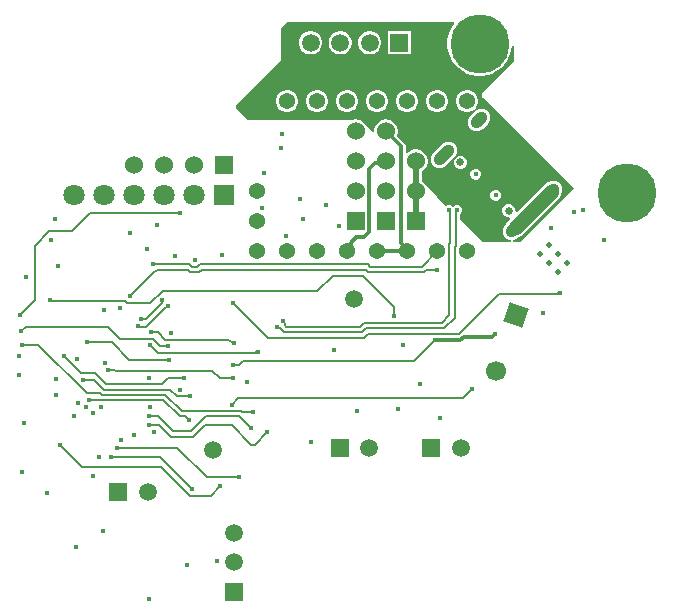
<source format=gbr>
%TF.GenerationSoftware,Altium Limited,Altium Designer,23.11.1 (41)*%
G04 Layer_Physical_Order=2*
G04 Layer_Color=36540*
%FSLAX26Y26*%
%MOIN*%
%TF.SameCoordinates,F82F4D49-2E87-4C35-BC9D-0006C00306D8*%
%TF.FilePolarity,Positive*%
%TF.FileFunction,Copper,L2,Inr,Signal*%
%TF.Part,CustomerPanel*%
G01*
G75*
%TA.AperFunction,Conductor*%
%ADD39C,0.020000*%
%ADD40C,0.008000*%
%ADD42C,0.012000*%
%ADD44C,0.050000*%
%TA.AperFunction,ComponentPad*%
%ADD45C,0.054000*%
%ADD46P,0.094652X4X296.0*%
%ADD47C,0.066929*%
%ADD48C,0.070866*%
%ADD49R,0.070866X0.070866*%
%ADD50R,0.059000X0.059000*%
%ADD51C,0.060000*%
%ADD52R,0.059370X0.059370*%
%ADD53C,0.059370*%
%ADD54R,0.059370X0.059370*%
G04:AMPARAMS|DCode=55|XSize=39.37mil|YSize=62.992mil|CornerRadius=0mil|HoleSize=0mil|Usage=FLASHONLY|Rotation=315.000|XOffset=0mil|YOffset=0mil|HoleType=Round|Shape=Round|*
%AMOVALD55*
21,1,0.023622,0.039370,0.000000,0.000000,45.0*
1,1,0.039370,-0.008352,-0.008352*
1,1,0.039370,0.008352,0.008352*
%
%ADD55OVALD55*%

%ADD56C,0.026575*%
G04:AMPARAMS|DCode=57|XSize=39.37mil|YSize=82.677mil|CornerRadius=0mil|HoleSize=0mil|Usage=FLASHONLY|Rotation=315.000|XOffset=0mil|YOffset=0mil|HoleType=Round|Shape=Round|*
%AMOVALD57*
21,1,0.043307,0.039370,0.000000,0.000000,45.0*
1,1,0.039370,-0.015311,-0.015311*
1,1,0.039370,0.015311,0.015311*
%
%ADD57OVALD57*%

%ADD58R,0.059000X0.059000*%
%TA.AperFunction,ViaPad*%
%ADD59C,0.196850*%
%ADD60C,0.059055*%
%ADD61C,0.019685*%
%ADD62C,0.017716*%
G36*
X1862706Y2012430D02*
X1854943Y2001745D01*
X1847267Y1986679D01*
X1842041Y1970598D01*
X1839396Y1953897D01*
Y1936988D01*
X1842041Y1920287D01*
X1847267Y1904205D01*
X1854943Y1889139D01*
X1864882Y1875459D01*
X1876839Y1863503D01*
X1890518Y1853564D01*
X1905584Y1845887D01*
X1921666Y1840662D01*
X1938367Y1838017D01*
X1955276D01*
X1971977Y1840662D01*
X1988059Y1845887D01*
X2003125Y1853564D01*
X2016804Y1863503D01*
X2028761Y1875459D01*
X2038700Y1889139D01*
X2046376Y1904205D01*
X2051602Y1920287D01*
X2054247Y1936988D01*
X2059247Y1939497D01*
X2059857Y1939090D01*
Y1884791D01*
X1955909Y1780843D01*
X1954169Y1778239D01*
X1953558Y1775167D01*
X1954169Y1772094D01*
X1955909Y1769490D01*
X1955909Y1769489D01*
X2262011Y1463388D01*
X2084617Y1285993D01*
X2057196D01*
X2056868Y1290993D01*
X2061006Y1291538D01*
X2067983Y1294428D01*
X2073976Y1299026D01*
X2076456Y1301507D01*
X2077704Y1301671D01*
X2085975Y1305097D01*
X2093078Y1310547D01*
X2209444Y1426913D01*
X2214894Y1434016D01*
X2218320Y1442287D01*
X2218721Y1445333D01*
X2221493Y1452026D01*
X2222479Y1459514D01*
X2221493Y1467002D01*
X2218603Y1473980D01*
X2214005Y1479973D01*
X2208013Y1484570D01*
X2201035Y1487461D01*
X2193546Y1488447D01*
X2186058Y1487461D01*
X2179365Y1484688D01*
X2176319Y1484287D01*
X2168048Y1480861D01*
X2160946Y1475412D01*
X2071059Y1385525D01*
X2066059Y1387596D01*
Y1393796D01*
X2062666Y1401987D01*
X2056397Y1408257D01*
X2048205Y1411650D01*
X2039339D01*
X2031147Y1408257D01*
X2024878Y1401987D01*
X2021484Y1393796D01*
Y1384929D01*
X2024878Y1376738D01*
X2031147Y1370468D01*
X2039339Y1367075D01*
X2045538D01*
X2047610Y1362075D01*
X2044580Y1359045D01*
X2039130Y1351943D01*
X2035704Y1343672D01*
X2035539Y1342424D01*
X2033059Y1339943D01*
X2028461Y1333951D01*
X2025571Y1326973D01*
X2024585Y1319485D01*
X2025571Y1311996D01*
X2028461Y1305018D01*
X2033059Y1299026D01*
X2039051Y1294428D01*
X2046029Y1291538D01*
X2050166Y1290993D01*
X2049839Y1285993D01*
X1956133D01*
X1880196Y1361930D01*
Y1374962D01*
X1881415Y1375467D01*
X1886439Y1380490D01*
X1889157Y1387054D01*
Y1394159D01*
X1886439Y1400722D01*
X1881415Y1405746D01*
X1874851Y1408465D01*
X1867747D01*
X1861183Y1405746D01*
X1857941Y1402503D01*
X1854698Y1405746D01*
X1848135Y1408465D01*
X1841030D01*
X1835820Y1406306D01*
X1805678Y1436448D01*
X1768716Y1473409D01*
X1765832Y1478405D01*
X1758571Y1485666D01*
X1753997Y1488307D01*
Y1520610D01*
X1758571Y1523251D01*
X1765832Y1530512D01*
X1770967Y1539405D01*
X1773625Y1549324D01*
Y1559593D01*
X1770967Y1569512D01*
X1765832Y1578405D01*
X1758571Y1585666D01*
X1749678Y1590801D01*
X1739759Y1593458D01*
X1729490D01*
X1719571Y1590801D01*
X1710678Y1585666D01*
X1705199Y1580187D01*
X1700199Y1582258D01*
Y1604178D01*
X1699035Y1610030D01*
X1695720Y1614992D01*
X1671039Y1639673D01*
X1673625Y1649324D01*
Y1659593D01*
X1670967Y1669512D01*
X1665832Y1678405D01*
X1658571Y1685666D01*
X1649678Y1690800D01*
X1641792Y1692913D01*
X1639759Y1693458D01*
X1629490D01*
X1627457Y1692913D01*
X1619571Y1690800D01*
X1610678Y1685666D01*
X1603417Y1678405D01*
X1598283Y1669512D01*
X1595625Y1659593D01*
Y1653572D01*
X1590625Y1651501D01*
X1568716Y1673410D01*
X1565832Y1678405D01*
X1558571Y1685666D01*
X1553576Y1688550D01*
X1549213Y1692913D01*
X1541792D01*
X1539759Y1693458D01*
X1529490D01*
X1527457Y1692913D01*
X1175197D01*
X1135827Y1732284D01*
Y1741834D01*
X1283774Y1889781D01*
X1285514Y1892386D01*
X1286125Y1895458D01*
Y1999133D01*
X1304422Y2017430D01*
X1860159D01*
X1862706Y2012430D01*
D02*
G37*
%LPC*%
G36*
X1717420Y1987812D02*
X1640050D01*
Y1910442D01*
X1717420D01*
Y1987812D01*
D02*
G37*
G36*
X1585403D02*
X1575217D01*
X1565378Y1985176D01*
X1556557Y1980083D01*
X1549354Y1972880D01*
X1544261Y1964059D01*
X1541625Y1954220D01*
Y1953845D01*
D01*
Y1944034D01*
X1544261Y1934195D01*
X1549354Y1925374D01*
X1556557Y1918171D01*
X1565378Y1913079D01*
X1575217Y1910442D01*
X1585403D01*
X1595242Y1913079D01*
X1604063Y1918171D01*
X1611265Y1925374D01*
X1616359Y1934195D01*
X1618995Y1944034D01*
Y1954220D01*
X1616359Y1964059D01*
X1611265Y1972880D01*
X1604063Y1980083D01*
X1595242Y1985176D01*
X1585403Y1987812D01*
D02*
G37*
G36*
X1486977D02*
X1476791D01*
X1466953Y1985176D01*
X1458131Y1980083D01*
X1450929Y1972880D01*
X1445836Y1964059D01*
X1443199Y1954220D01*
Y1944034D01*
X1445836Y1934195D01*
X1450929Y1925374D01*
X1458131Y1918171D01*
X1466953Y1913079D01*
X1476791Y1910442D01*
X1486977D01*
X1496816Y1913079D01*
X1505638Y1918171D01*
X1512840Y1925374D01*
X1517933Y1934195D01*
X1520569Y1944034D01*
Y1954220D01*
X1517933Y1964059D01*
X1512840Y1972880D01*
X1505638Y1980083D01*
X1496816Y1985176D01*
X1486977Y1987812D01*
D02*
G37*
G36*
X1388552D02*
X1378366D01*
X1368527Y1985176D01*
X1359706Y1980083D01*
X1352504Y1972880D01*
X1347411Y1964059D01*
X1344774Y1954220D01*
Y1944034D01*
X1347411Y1934195D01*
X1352504Y1925374D01*
X1359706Y1918171D01*
X1368527Y1913079D01*
X1378366Y1910442D01*
X1388552D01*
X1398391Y1913079D01*
X1407212Y1918171D01*
X1414415Y1925374D01*
X1419508Y1934195D01*
X1422144Y1944034D01*
Y1954220D01*
X1419508Y1964059D01*
X1414415Y1972880D01*
X1407212Y1980083D01*
X1398391Y1985176D01*
X1388552Y1987812D01*
D02*
G37*
G36*
X1509837Y1790458D02*
X1500358D01*
X1491202Y1788005D01*
X1482993Y1783265D01*
X1476290Y1776563D01*
X1471551Y1768354D01*
X1469097Y1759198D01*
Y1749719D01*
X1471551Y1740563D01*
X1476290Y1732354D01*
X1482993Y1725651D01*
X1491202Y1720912D01*
X1500358Y1718458D01*
X1509837D01*
X1518993Y1720912D01*
X1523958Y1723778D01*
D01*
X1527202Y1725651D01*
X1533904Y1732354D01*
X1538644Y1740563D01*
X1541097Y1749719D01*
Y1759198D01*
X1538644Y1768354D01*
X1533904Y1776563D01*
X1527202Y1783265D01*
X1518993Y1788005D01*
X1509837Y1790458D01*
D02*
G37*
G36*
X1409837D02*
X1400358D01*
X1391202Y1788005D01*
X1382993Y1783265D01*
X1376290Y1776563D01*
X1371551Y1768354D01*
X1369097Y1759198D01*
Y1749719D01*
X1371551Y1740563D01*
X1376290Y1732354D01*
X1382993Y1725651D01*
X1391202Y1720912D01*
X1400358Y1718458D01*
X1409837D01*
X1418993Y1720912D01*
X1427202Y1725651D01*
X1433904Y1732354D01*
X1438644Y1740563D01*
X1441097Y1749719D01*
Y1759198D01*
X1438644Y1768354D01*
X1433904Y1776563D01*
X1427202Y1783265D01*
X1418993Y1788005D01*
X1409837Y1790458D01*
D02*
G37*
G36*
X1909837Y1790458D02*
X1900358D01*
X1891202Y1788005D01*
X1882993Y1783265D01*
X1876290Y1776563D01*
X1871551Y1768354D01*
X1869097Y1759198D01*
Y1749719D01*
X1871551Y1740563D01*
X1876290Y1732354D01*
X1882993Y1725651D01*
X1891202Y1720911D01*
X1900358Y1718458D01*
X1909837D01*
X1918993Y1720911D01*
X1927202Y1725651D01*
X1933904Y1732354D01*
X1938644Y1740563D01*
X1941097Y1749719D01*
Y1759198D01*
X1938644Y1768354D01*
X1933904Y1776563D01*
X1927202Y1783265D01*
X1918993Y1788005D01*
X1909837Y1790458D01*
D02*
G37*
G36*
X1809837Y1790458D02*
X1800358D01*
X1791202Y1788005D01*
X1782993Y1783265D01*
X1776290Y1776562D01*
X1771551Y1768353D01*
X1769097Y1759197D01*
Y1749718D01*
X1771551Y1740562D01*
X1776290Y1732353D01*
X1782993Y1725651D01*
X1791202Y1720911D01*
X1800358Y1718458D01*
X1809837D01*
X1818993Y1720911D01*
X1827202Y1725651D01*
X1833904Y1732353D01*
X1838644Y1740562D01*
X1841097Y1749718D01*
Y1759197D01*
X1838644Y1768353D01*
X1833904Y1776562D01*
X1827202Y1783265D01*
X1818993Y1788005D01*
X1809837Y1790458D01*
D02*
G37*
G36*
X1709837D02*
X1700358D01*
X1691202Y1788005D01*
X1682993Y1783265D01*
X1676290Y1776562D01*
X1671551Y1768353D01*
X1669097Y1759197D01*
Y1749718D01*
X1671551Y1740562D01*
X1676290Y1732353D01*
X1682993Y1725651D01*
X1691202Y1720911D01*
X1700358Y1718458D01*
X1709837D01*
X1718993Y1720911D01*
X1727202Y1725651D01*
X1733904Y1732353D01*
X1738644Y1740562D01*
X1741097Y1749718D01*
Y1759197D01*
X1738644Y1768353D01*
X1733904Y1776562D01*
X1727202Y1783265D01*
X1718993Y1788005D01*
X1709837Y1790458D01*
D02*
G37*
G36*
X1609837Y1790458D02*
X1600358D01*
X1591202Y1788005D01*
X1582993Y1783265D01*
X1576290Y1776562D01*
X1571551Y1768353D01*
X1569097Y1759197D01*
Y1749718D01*
X1571551Y1740562D01*
X1576290Y1732353D01*
X1582993Y1725651D01*
X1591202Y1720911D01*
X1600358Y1718458D01*
X1609837D01*
X1618993Y1720911D01*
X1627202Y1725651D01*
X1633904Y1732353D01*
X1638644Y1740562D01*
X1641097Y1749718D01*
Y1759197D01*
X1638644Y1768353D01*
X1633904Y1776562D01*
X1627202Y1783265D01*
X1618993Y1788005D01*
X1609837Y1790458D01*
D02*
G37*
G36*
X1309837D02*
X1300358D01*
X1291202Y1788005D01*
X1282993Y1783265D01*
X1276290Y1776562D01*
X1271551Y1768353D01*
X1269097Y1759197D01*
Y1749718D01*
X1271551Y1740562D01*
X1276290Y1732353D01*
X1282993Y1725651D01*
X1291202Y1720911D01*
X1300358Y1718458D01*
X1309837D01*
X1318993Y1720911D01*
X1327202Y1725651D01*
X1333904Y1732353D01*
X1338644Y1740562D01*
X1341097Y1749718D01*
Y1759197D01*
X1338644Y1768353D01*
X1333904Y1776562D01*
X1327202Y1783265D01*
X1318993Y1788005D01*
X1309837Y1790458D01*
D02*
G37*
G36*
X1953019Y1728974D02*
X1945531Y1727988D01*
X1938553Y1725098D01*
X1932561Y1720500D01*
X1915858Y1703796D01*
X1911260Y1697804D01*
X1908370Y1690826D01*
X1907384Y1683338D01*
X1908370Y1675850D01*
X1911260Y1668872D01*
X1915858Y1662880D01*
X1921850Y1658282D01*
X1928828Y1655391D01*
X1936316Y1654405D01*
X1943804Y1655391D01*
X1950782Y1658282D01*
X1956774Y1662880D01*
X1973478Y1679583D01*
X1978076Y1685575D01*
X1980966Y1692553D01*
X1981952Y1700041D01*
X1980966Y1707530D01*
X1978076Y1714507D01*
X1973478Y1720500D01*
X1967486Y1725098D01*
X1960508Y1727988D01*
X1953019Y1728974D01*
D02*
G37*
G36*
X1843613Y1619567D02*
X1836124Y1618581D01*
X1829147Y1615691D01*
X1823154Y1611093D01*
X1792532Y1580470D01*
X1787934Y1574478D01*
X1785043Y1567500D01*
X1784057Y1560012D01*
X1785043Y1552524D01*
X1787934Y1545546D01*
X1792532Y1539553D01*
X1798524Y1534956D01*
X1805502Y1532065D01*
X1812990Y1531079D01*
X1820478Y1532065D01*
X1827456Y1534956D01*
X1833448Y1539553D01*
X1864071Y1570176D01*
X1868669Y1576168D01*
X1871560Y1583146D01*
X1872545Y1590635D01*
X1871559Y1598123D01*
X1868669Y1605101D01*
X1864071Y1611093D01*
X1858079Y1615691D01*
X1851101Y1618581D01*
X1843613Y1619567D01*
D02*
G37*
G36*
X1887301Y1572554D02*
X1878435D01*
X1870243Y1569161D01*
X1863974Y1562891D01*
X1860581Y1554700D01*
Y1545833D01*
X1863974Y1537642D01*
X1870243Y1531372D01*
X1878435Y1527979D01*
X1887301D01*
X1895493Y1531372D01*
X1901762Y1537642D01*
X1905155Y1545833D01*
Y1554700D01*
X1901762Y1562891D01*
X1895493Y1569161D01*
X1887301Y1572554D01*
D02*
G37*
G36*
X1937458Y1528858D02*
X1930353D01*
X1923790Y1526139D01*
X1918766Y1521116D01*
X1916047Y1514552D01*
Y1507448D01*
X1918766Y1500884D01*
X1923790Y1495861D01*
X1930353Y1493142D01*
X1937458D01*
X1944021Y1495861D01*
X1949045Y1500884D01*
X1951764Y1507448D01*
Y1514552D01*
X1949045Y1521116D01*
X1944021Y1526139D01*
X1937458Y1528858D01*
D02*
G37*
G36*
X2004458Y1457858D02*
X1997353D01*
X1990790Y1455139D01*
X1985766Y1450116D01*
X1983047Y1443552D01*
Y1436448D01*
X1985766Y1429884D01*
X1990790Y1424861D01*
X1997353Y1422142D01*
X2004458D01*
X2011021Y1424861D01*
X2016045Y1429884D01*
X2018764Y1436448D01*
Y1443552D01*
X2016045Y1450116D01*
X2011021Y1455139D01*
X2004458Y1457858D01*
D02*
G37*
%LPD*%
D39*
X1734625Y1454458D02*
Y1554458D01*
Y1354458D02*
Y1454458D01*
D40*
X1142508Y500000D02*
X1143707Y501199D01*
X1037906Y500000D02*
X1142508D01*
X807622Y1003837D02*
X808591Y1002868D01*
X834686D01*
X816726Y1028955D02*
X817597Y1029825D01*
X637019Y953010D02*
X658841D01*
X661877Y949974D02*
X720932D01*
X658841Y953010D02*
X661877Y949974D01*
X708482Y857921D02*
X729573D01*
X522100Y1087435D02*
X765989D01*
X513905Y1093000D02*
X516535D01*
X522100Y1087435D01*
X765989D02*
X771851Y1081573D01*
X849783D02*
X890210Y1122000D01*
X780905Y1103431D02*
Y1105000D01*
X771851Y1081573D02*
X849783D01*
X780905Y1105000D02*
X865291Y1189386D01*
X729573Y857921D02*
X734135Y853358D01*
X835493D01*
X718905Y568000D02*
X882905D01*
X987905Y463000D01*
X885993Y534000D02*
X980993Y439000D01*
X622905Y534000D02*
X885993D01*
X737905Y599000D02*
X938905D01*
X835493Y853358D02*
X835851Y853717D01*
X1056189D01*
X1079906Y830000D01*
X618689Y847217D02*
X664189D01*
X561905Y904000D02*
X618689Y847217D01*
X701406Y810000D02*
X887965D01*
X664189Y847217D02*
X701406Y810000D01*
X915993Y793000D02*
X938851Y770142D01*
X898947Y776000D02*
X954418Y720529D01*
X887965Y810000D02*
X907965Y830000D01*
X682464Y780858D02*
X687322Y776000D01*
X645905Y759000D02*
X891905D01*
X687322Y776000D02*
X898947D01*
X694364Y793000D02*
X915993D01*
X662006Y825358D02*
X694364Y793000D01*
X891905Y759000D02*
X947376Y703529D01*
X422906Y943000D02*
X474906D01*
X637047Y780858D01*
X682464D01*
X873764Y916142D02*
X1197778D01*
X1198329Y916692D01*
X1205200D02*
X1207059Y918552D01*
X1198329Y916692D02*
X1205200D01*
X898851Y959858D02*
X1109371D01*
X1128459Y947837D01*
X848862Y941044D02*
X873764Y916142D01*
X834686Y1002868D02*
X879971Y1048153D01*
X817597Y1029825D02*
X836188D01*
X861971Y1055609D01*
X410433Y841736D02*
Y844365D01*
X843442Y703529D02*
X874905D01*
X907965Y830000D02*
X961905D01*
X625405Y825358D02*
X662006D01*
X1013001Y1185142D02*
X1020056Y1192196D01*
X980810Y1185142D02*
X1013001D01*
X1015676Y1211858D02*
X1574082D01*
X859588D02*
X978135D01*
X987851Y1202142D02*
X1005960D01*
X978135Y1211858D02*
X987851Y1202142D01*
X1020056Y1192196D02*
X1569703D01*
X973755D02*
X980810Y1185142D01*
X870839Y1192196D02*
X973755D01*
X1005960Y1202142D02*
X1015676Y1211858D01*
X965376Y703529D02*
X977905Y691000D01*
X947376Y703529D02*
X965376D01*
X1035435D02*
X1144778D01*
X924435Y654000D02*
X985864D01*
X874905Y703529D02*
X924435Y654000D01*
X877905Y675000D02*
X918905Y634000D01*
X989905D01*
X844905Y675000D02*
X877905D01*
X991864Y660000D02*
X991905D01*
X985864Y654000D02*
X991864Y660000D01*
X991905D02*
X1035435Y703529D01*
X989905Y634000D02*
X998905Y643000D01*
X998947D01*
X1030947Y675000D01*
X1119906D01*
X954418Y720529D02*
X1151820D01*
X938851Y770142D02*
X956960D01*
X1151820Y720529D02*
X1155814Y716535D01*
X956960Y770142D02*
X957818Y771000D01*
X982905D01*
X414906Y1042000D02*
X463906Y1091000D01*
Y1273000D01*
X512905Y1322000D01*
X586905D01*
X646496Y1381591D01*
X946850D01*
X417906Y987000D02*
X433906Y1003000D01*
X708905D01*
X749003Y962902D01*
X882818Y938000D02*
X907905D01*
X849905Y984760D02*
X873949D01*
X857916Y962902D02*
X882818Y938000D01*
X873949Y984760D02*
X898851Y959858D01*
X749003Y962902D02*
X857916D01*
X887155Y1081537D02*
Y1088032D01*
X907192Y1069623D02*
X909051Y1071482D01*
X887155Y1088032D02*
X889014Y1089891D01*
X900697Y1069623D02*
X907192D01*
X865291Y1189386D02*
X868028D01*
X890210Y1122000D02*
X1405906D01*
X1574082Y1211858D02*
X1582941Y1203000D01*
X868028Y1189386D02*
X870839Y1192196D01*
X1569703D02*
X1575899Y1186000D01*
X858974Y1211244D02*
X859588Y1211858D01*
X1753639Y1203000D02*
X1805097Y1254458D01*
X1582941Y1203000D02*
X1753639D01*
X879971Y1048153D02*
Y1048898D01*
X861971Y1055609D02*
Y1056354D01*
X887155Y1081537D01*
X879971Y1048898D02*
X900697Y1069623D01*
X779136Y891770D02*
X912278D01*
X720932Y949974D02*
X779136Y891770D01*
X1405906Y1122000D02*
X1457102Y1173196D01*
X1119906Y675000D02*
X1185906Y609000D01*
X1197906D01*
X1238906Y650000D01*
X1155814Y716535D02*
X1191441D01*
X1144778Y703529D02*
X1184307Y664000D01*
X547905Y609000D02*
X622905Y534000D01*
X980993Y439000D02*
X1050185D01*
X1081776Y470591D01*
X938905Y599000D02*
X1037906Y500000D01*
X1079906Y830000D02*
X1126455D01*
X1127748Y946709D02*
X1128459Y947419D01*
Y947837D01*
X1457102Y1173196D02*
X1559004D01*
X1662906Y1037000D02*
Y1069295D01*
X1559004Y1173196D02*
X1662906Y1069295D01*
X1760681Y1186000D02*
X1766681Y1192000D01*
X1805906D01*
X1575899Y1186000D02*
X1760681D01*
X1124890Y875984D02*
X1145890D01*
X1158906Y889000D01*
X1728764D01*
X1796906Y957142D01*
X1119906Y743000D02*
X1142906Y766000D01*
X1240578Y966327D02*
X1562583D01*
X1124906Y1082000D02*
X1240578Y966327D01*
X2211854Y1113420D02*
X2212273Y1113000D01*
X1548085Y1001327D02*
X1561899Y1015142D01*
X1864097Y1033150D02*
Y1270026D01*
X1562583Y966327D02*
X1575255Y979000D01*
X1876906D01*
X1820633Y1015142D02*
X1846097Y1040606D01*
Y1277482D01*
X1828089Y997142D02*
X1864097Y1033150D01*
X1569355Y997142D02*
X1828089D01*
X1555541Y983327D02*
X1569355Y997142D01*
X1561899Y1015142D02*
X1820633D01*
X1296505Y1007169D02*
X1302347Y1001327D01*
X1280415Y997682D02*
X1280536D01*
X1302347Y1001327D02*
X1548085D01*
X1294891Y983327D02*
X1555541D01*
X1280536Y997682D02*
X1294891Y983327D01*
X1275556Y1002540D02*
X1280415Y997682D01*
X1876906Y979000D02*
X2010906Y1113000D01*
X1296505Y1007169D02*
Y1014116D01*
X1864097Y1270026D02*
X1866941Y1272870D01*
X1846097Y1277482D02*
X1848941Y1280326D01*
X2205823Y1113420D02*
X2211854D01*
X2205403Y1113000D02*
X2205823Y1113420D01*
X2010906Y1113000D02*
X2205403D01*
X2212273D02*
X2214553Y1115279D01*
X1848941Y1280326D02*
Y1383619D01*
X1866941Y1272870D02*
Y1383619D01*
X1871299Y1387977D02*
Y1390606D01*
X1866941Y1383619D02*
X1871299Y1387977D01*
X1272927Y1002540D02*
X1275556D01*
X1142906Y766000D02*
X1889906D01*
X1919906Y796000D01*
D42*
X1796906Y957142D02*
X1881917D01*
X1893775Y969000D02*
X1988906D01*
X1881917Y957142D02*
X1893775Y969000D01*
X1988906D02*
X1998906Y979000D01*
X1627401Y1547235D02*
X1634625Y1554458D01*
X1579625Y1528893D02*
X1597966Y1547235D01*
X1505097Y1254458D02*
Y1265823D01*
X1597966Y1547235D02*
X1627401D01*
X1579625Y1319245D02*
Y1528893D01*
X1517235Y1277961D02*
Y1281960D01*
X1505097Y1265823D02*
X1517235Y1277961D01*
Y1281960D02*
X1535628Y1300352D01*
X1560732D01*
X1579625Y1319245D01*
X1684906Y1282145D02*
Y1604178D01*
X1634625Y1654458D02*
X1684906Y1604178D01*
X1605097Y1254458D02*
X1705097D01*
X1705097Y1254458D01*
Y1261953D01*
X1684906Y1282145D02*
X1705097Y1261953D01*
D44*
X2068829Y1334796D02*
X2185195Y1451162D01*
D45*
X1205097Y1354458D02*
D03*
X1205097Y1254458D02*
D03*
Y1454458D02*
D03*
X1605097Y1754458D02*
D03*
X1705097Y1754458D02*
D03*
X1505097Y1754458D02*
D03*
X1405097D02*
D03*
X1905097Y1254458D02*
D03*
Y1754458D02*
D03*
X1305097Y1754458D02*
D03*
X1305097Y1254458D02*
D03*
X1405097Y1254458D02*
D03*
X1505097Y1254458D02*
D03*
X1605097D02*
D03*
X1705097Y1254458D02*
D03*
X1805097Y1254458D02*
D03*
Y1754458D02*
D03*
X1205097Y1754458D02*
D03*
D46*
X2067082Y1042450D02*
D03*
D47*
X2001968Y853346D02*
D03*
D48*
X594882Y1441732D02*
D03*
X694882Y1441732D02*
D03*
X794882Y1441732D02*
D03*
X894882D02*
D03*
X994882D02*
D03*
D49*
X1094882D02*
D03*
D50*
X1634625Y1354458D02*
D03*
X1734625D02*
D03*
X1534625Y1354458D02*
D03*
D51*
X1634625Y1454458D02*
D03*
Y1554458D02*
D03*
Y1654458D02*
D03*
X1734625Y1554458D02*
D03*
Y1454458D02*
D03*
X994882Y1541732D02*
D03*
X894882Y1541732D02*
D03*
X794882Y1541732D02*
D03*
X1534625Y1454458D02*
D03*
Y1554458D02*
D03*
X1534625Y1654458D02*
D03*
D52*
X1678735Y1949127D02*
D03*
X742126Y451772D02*
D03*
X1480315Y599409D02*
D03*
X1785433D02*
D03*
D53*
X1580310Y1949127D02*
D03*
X1481884D02*
D03*
X1383459D02*
D03*
X1126968Y216535D02*
D03*
Y314961D02*
D03*
X840551Y451772D02*
D03*
X1578740Y599409D02*
D03*
X1883858D02*
D03*
D54*
X1126968Y118110D02*
D03*
D55*
X1944668Y1691690D02*
D03*
X2185195Y1451162D02*
D03*
D56*
X1882868Y1550266D02*
D03*
X2043772Y1389363D02*
D03*
D57*
X1828301Y1575323D02*
D03*
X2068829Y1334796D02*
D03*
D58*
X1094882Y1541732D02*
D03*
D59*
X2438948Y1449009D02*
D03*
X1946822Y1945442D02*
D03*
D60*
X1057717Y592395D02*
D03*
X1529527Y1095204D02*
D03*
D61*
X2177594Y1275934D02*
D03*
X2146971Y1245311D02*
D03*
X2208217D02*
D03*
X2177594Y1214689D02*
D03*
X2238840D02*
D03*
X2208217Y1184066D02*
D03*
D62*
X1143707Y501199D02*
D03*
X807622Y1003837D02*
D03*
X816726Y1028955D02*
D03*
X637019Y953010D02*
D03*
X708482Y857921D02*
D03*
X747909Y1065577D02*
D03*
X780905Y1103431D02*
D03*
X696047Y1059000D02*
D03*
X697735Y883067D02*
D03*
X601905Y267000D02*
D03*
X691929Y322000D02*
D03*
X844905Y831858D02*
D03*
X919668Y981717D02*
D03*
X683775Y735045D02*
D03*
X596124Y705300D02*
D03*
X676764Y569000D02*
D03*
X656905Y504000D02*
D03*
X718905Y568000D02*
D03*
X534130Y827225D02*
D03*
X412664Y904067D02*
D03*
X410433Y841736D02*
D03*
X752073Y623311D02*
D03*
X843442Y703529D02*
D03*
X795422Y641652D02*
D03*
X848905Y736340D02*
D03*
X625405Y825358D02*
D03*
X606905Y747642D02*
D03*
X536345Y773843D02*
D03*
X561905Y904000D02*
D03*
X996905Y1224000D02*
D03*
X977905Y691000D02*
D03*
X947905Y792000D02*
D03*
X961905Y830000D02*
D03*
X645905Y759000D02*
D03*
X633905Y735000D02*
D03*
X414906Y1042000D02*
D03*
X946850Y1381591D02*
D03*
X417906Y987000D02*
D03*
X849905Y984760D02*
D03*
X907905Y938000D02*
D03*
X909051Y1071482D02*
D03*
X889014Y1089891D02*
D03*
X929905Y1238000D02*
D03*
X844905Y96000D02*
D03*
X780905Y1314000D02*
D03*
X838905Y1261000D02*
D03*
X858974Y1211244D02*
D03*
X518620Y1290567D02*
D03*
X539905Y1205000D02*
D03*
X532905Y1363000D02*
D03*
X505906Y448000D02*
D03*
X422906Y519000D02*
D03*
X848862Y941044D02*
D03*
X871905Y1343000D02*
D03*
X987905Y463000D02*
D03*
X861378Y650000D02*
D03*
X1081776Y470591D02*
D03*
X1207059Y918552D02*
D03*
X1172171Y819000D02*
D03*
X1126455Y830000D02*
D03*
X1127748Y946709D02*
D03*
X1184308Y664000D02*
D03*
X658905Y716000D02*
D03*
X603994Y895912D02*
D03*
X912278Y891770D02*
D03*
X982905Y771000D02*
D03*
X1071338Y220000D02*
D03*
X422906Y943000D02*
D03*
X972905Y207000D02*
D03*
X427906Y681000D02*
D03*
X547905Y609000D02*
D03*
X513905Y1093000D02*
D03*
X1805906Y1192000D02*
D03*
X1124890Y875984D02*
D03*
X1191441Y716535D02*
D03*
X1119906Y743000D02*
D03*
X1124906Y1082000D02*
D03*
X1796906Y957142D02*
D03*
X2214553Y1115279D02*
D03*
X1086906Y1241000D02*
D03*
X737905Y599000D02*
D03*
X844905Y675000D02*
D03*
X1223047Y1398000D02*
D03*
X1238906Y650000D02*
D03*
X1284906Y1597000D02*
D03*
X1300906Y1305000D02*
D03*
X1358541Y1361942D02*
D03*
X1435152Y1409000D02*
D03*
X1346864Y1428959D02*
D03*
X1227906Y1516000D02*
D03*
X1288205Y1643701D02*
D03*
X434126Y1167791D02*
D03*
X1662906Y1037000D02*
D03*
X1673906Y729000D02*
D03*
X1950787Y1303150D02*
D03*
X1970535Y1295276D02*
D03*
X1871299Y1390606D02*
D03*
X1272927Y1002540D02*
D03*
X1291819Y1021432D02*
D03*
X1844583Y1390606D02*
D03*
X2185905Y1330000D02*
D03*
X2259905Y1386000D02*
D03*
X1933906Y1511000D02*
D03*
X2000906Y1440000D02*
D03*
X1834125Y1431686D02*
D03*
X1478417Y1337583D02*
D03*
X1919906Y796000D02*
D03*
X1384906Y619000D02*
D03*
X1815906Y698819D02*
D03*
X1748284Y812992D02*
D03*
X1536906Y722000D02*
D03*
X1689906Y940000D02*
D03*
X1461906Y925197D02*
D03*
X1998906Y979000D02*
D03*
X1830125Y1455308D02*
D03*
X1814377Y1439560D02*
D03*
X1966535Y1318898D02*
D03*
X2157905Y1048000D02*
D03*
X2359905Y1293000D02*
D03*
X2292905Y1390000D02*
D03*
%TF.MD5,41e0b125bde01f4139bfc0db0d7cc2fb*%
M02*

</source>
